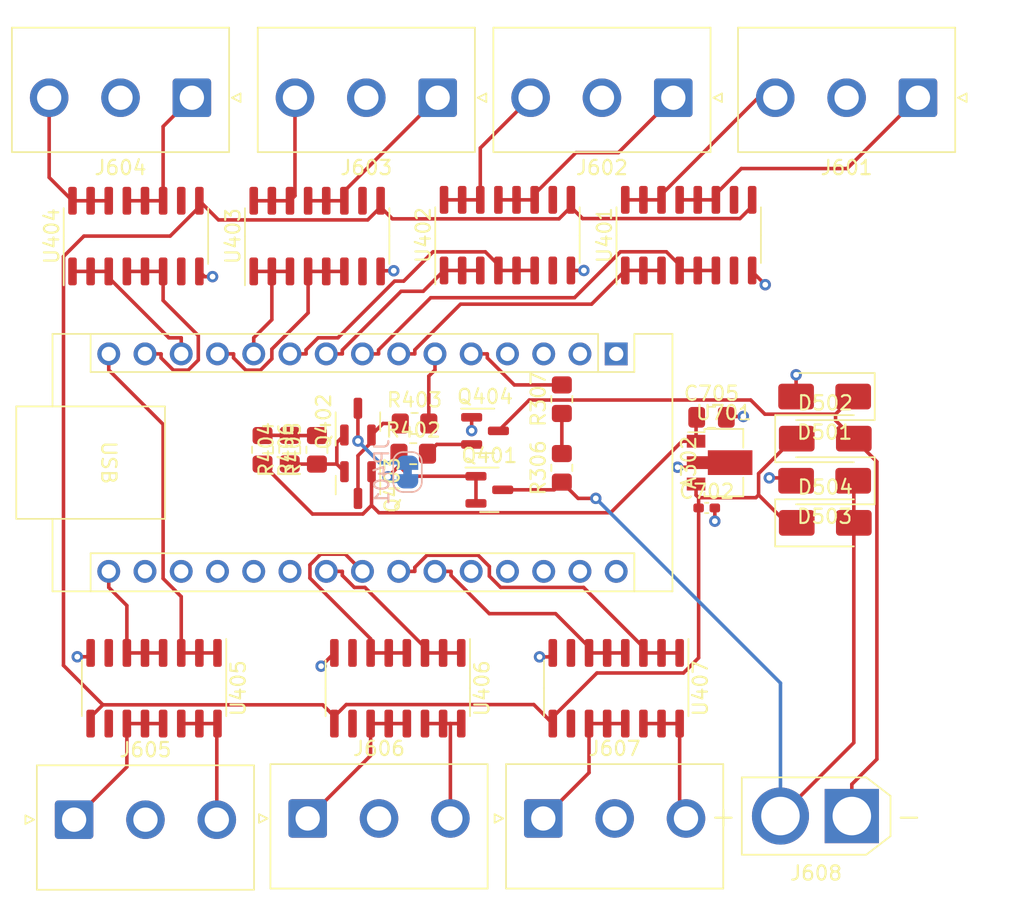
<source format=kicad_pcb>
(kicad_pcb (version 20231212) (generator "pcbnew") (generator_version "7.99")
  (layers (0 "F.Cu" signal) (31 "B.Cu" signal) (34 "B.Paste" user) (35 "F.Paste" user) (36 "B.SilkS" user "B.Silkscreen") (37 "F.SilkS" user "F.Silkscreen") (38 "B.Mask" user) (39 "F.Mask" user) (44 "Edge.Cuts" user))
  (net 0 "")
  (net 1 "/IO Carrier Switch/SW12")
  (net 4 "/IO Carrier Switch/SW11")
  (net 5 "/IO Carrier Switch/SW10")
  (net 6 "/IO Carrier Switch/SW13")
  (net 8 "/Digital Signal Extraction/DCC_MM_SIGNAL")
  (net 10 "/IO Carrier Switch/SW8")
  (net 12 "GND")
  (net 13 "/IO Carrier Switch/SW7")
  (net 14 "/IO Carrier Switch/SW4")
  (net 17 "/IO Carrier Switch/SW6")
  (net 18 "/IO Carrier Switch/RAILCOM_DATA")
  (net 19 "/IO Carrier Switch/SW1")
  (net 21 "/IO Carrier Switch/SW5")
  (net 22 "/IO Carrier Switch/SW3")
  (net 23 "/IO Carrier Switch/SW9")
  (net 24 "/IO Carrier Switch/SW2")
  (net 25 "+3V3")
  (net 29 "/IO Carrier Switch/SW0")
  (net 30 "U+")
  (net 31 "/DCC0")
  (net 32 "/DCC1")
  (net 33 "/Railcom-Feedback/RC_SIGNAL")
  (net 34 "Net-(JP401-A)")
  (net 35 "/Railcom-Feedback/RC_FB_IN")
  (net 36 "/Railcom-Feedback/RC_CURR")
  (net 37 "/Railcom-Feedback/RC_ON_OFF")
  (net 38 "Net-(R306-Pad2)")
  (net 39 "Net-(R404-Pad2)")
  (net 40 "/Switch/AMP_SW0")
  (net 42 "/Switch/AMP_SW1")
  (net 52 "/Switch/AMP_SW2")
  (net 53 "/Switch/AMP_SW3")
  (net 55 "/Switch/AMP_SW5")
  (net 56 "/Switch/AMP_SW4")
  (net 57 "/Switch/AMP_SW7")
  (net 58 "/Switch/AMP_SW6")
  (net 60 "/Switch/AMP_SW9")
  (net 61 "/Switch/AMP_SW8")
  (net 63 "/Switch/AMP_SW10")
  (net 64 "/Switch/AMP_SW11")
  (net 66 "/Switch/AMP_SW12")
  (net 68 "/Switch/AMP_SW13")
  (footprint "Resistor_SMD:R_0805_2012Metric_Pad1.20x1.40mm_HandSolder" (layer "F.Cu") (at 119.9975 84.1789 90)
    (property "Reference" "R404")
    (property "Value" "10R")
  )
  (footprint "Capacitor_SMD:C_0402_1005Metric_Pad0.74x0.62mm_HandSolder" (layer "F.Cu") (at 149.2175 88.265)
    (property "Reference" "C702")
    (property "Value" "1uF")
  )
  (footprint "Package_SO:SOIC-16_3.9x9.9mm_P1.27mm" (layer "F.Cu") (at 109.22 69.215 90)
    (property "Reference" "U404")
    (property "Value" "ULN2003")
  )
  (footprint "Package_TO_SOT_SMD:SOT-23" (layer "F.Cu") (at 124.775 82.2175 90)
    (property "Reference" "Q402")
    (property "Value" "S8550")
  )
  (footprint "Resistor_SMD:R_0805_2012Metric_Pad1.20x1.40mm_HandSolder" (layer "F.Cu") (at 139.065 80.645 90)
    (property "Reference" "R307")
    (property "Value" "10k")
  )
  (footprint "Diode_SMD:D_SMA" (layer "F.Cu") (at 157.525 83.41)
    (property "Reference" "D502")
    (property "Value" "SS54")
  )
  (footprint "Package_SO:SOIC-16_3.9x9.9mm_P1.27mm" (layer "F.Cu") (at 147.955 69.15 90)
    (property "Reference" "U401")
    (property "Value" "ULN2003")
  )
  (footprint "Connector_JST:JST_NV_B03P-NV_1x03_P5.00mm_Vertical" (layer "F.Cu") (at 146.875 59.52 180)
    (property "Reference" "J602")
    (property "Value" "Conn_01x03")
  )
  (footprint "Connector_JST:JST_NV_B03P-NV_1x03_P5.00mm_Vertical" (layer "F.Cu") (at 104.8875 110.11)
    (property "Reference" "J605")
    (property "Value" "Conn_01x03")
  )
  (footprint "Connector_JST:JST_NV_B03P-NV_1x03_P5.00mm_Vertical" (layer "F.Cu") (at 121.255 110.025)
    (property "Reference" "J606")
    (property "Value" "Conn_01x03")
  )
  (footprint "Resistor_SMD:R_0805_2012Metric_Pad1.20x1.40mm_HandSolder" (layer "F.Cu") (at 121.9025 84.1925 90)
    (property "Reference" "R405")
    (property "Value" "10R")
  )
  (footprint "Resistor_SMD:R_0805_2012Metric_Pad1.20x1.40mm_HandSolder" (layer "F.Cu") (at 128.7429 82.3461)
    (property "Reference" "R403")
    (property "Value" "10k")
  )
  (footprint "Package_TO_SOT_SMD:SOT-89-3" (layer "F.Cu") (at 150.42 85.09)
    (property "Reference" "U701")
    (property "Value" "HT7533-1")
  )
  (footprint "Resistor_SMD:R_0805_2012Metric_Pad1.20x1.40mm_HandSolder" (layer "F.Cu") (at 128.6515 84.4625)
    (property "Reference" "R402")
    (property "Value" "10k")
  )
  (footprint "Package_SO:SOIC-16_3.9x9.9mm_P1.27mm" (layer "F.Cu") (at 121.92 69.215 90)
    (property "Reference" "U403")
    (property "Value" "ULN2003")
  )
  (footprint "Connector_AMASS:AMASS_XT30U-F_1x02_P5.0mm_Vertical" (layer "F.Cu") (at 159.385 109.855 180)
    (property "Reference" "J608")
    (property "Value" "Conn_01x02")
  )
  (footprint "Connector_JST:JST_NV_B03P-NV_1x03_P5.00mm_Vertical" (layer "F.Cu") (at 164.02 59.52 180)
    (property "Reference" "J601")
    (property "Value" "Conn_01x03")
  )
  (footprint "Resistor_SMD:R_0805_2012Metric_Pad1.20x1.40mm_HandSolder" (layer "F.Cu") (at 139.065 85.455 90)
    (property "Reference" "R306")
    (property "Value" "10k")
  )
  (footprint "Package_SO:SOIC-16_3.9x9.9mm_P1.27mm" (layer "F.Cu") (at 110.49 100.9 -90)
    (property "Reference" "U405")
    (property "Value" "ULN2003")
  )
  (footprint "Diode_SMD:D_SMA" (layer "F.Cu") (at 157.48 80.46 180)
    (property "Reference" "D501")
    (property "Value" "SS54")
  )
  (footprint "Diode_SMD:D_SMA" (layer "F.Cu") (at 157.525 89.31)
    (property "Reference" "D504")
    (property "Value" "SS54")
  )
  (footprint "Connector_JST:JST_NV_B03P-NV_1x03_P5.00mm_Vertical" (layer "F.Cu") (at 137.765 110.025)
    (property "Reference" "J607")
    (property "Value" "Conn_01x03")
  )
  (footprint "Package_SO:SOIC-16_3.9x9.9mm_P1.27mm" (layer "F.Cu") (at 127.57 100.9 -90)
    (property "Reference" "U406")
    (property "Value" "ULN2003")
  )
  (footprint "Module:Arduino_Nano" (layer "F.Cu") (at 142.875 77.47 -90)
    (property "Reference" "A302")
    (property "Value" "Arduino_Nano_Every")
  )
  (footprint "Connector_JST:JST_NV_B03P-NV_1x03_P5.00mm_Vertical" (layer "F.Cu") (at 113.14 59.52 180)
    (property "Reference" "J604")
    (property "Value" "Conn_01x03")
  )
  (footprint "Capacitor_SMD:C_0805_2012Metric_Pad1.18x1.45mm_HandSolder" (layer "F.Cu") (at 149.5525 81.915)
    (property "Reference" "C705")
    (property "Value" "47uF")
  )
  (footprint "Resistor_SMD:R_0805_2012Metric_Pad1.20x1.40mm_HandSolder" (layer "F.Cu") (at 118.0925 84.1925 -90)
    (property "Reference" "R406")
    (property "Value" "10R")
  )
  (footprint "Package_SO:SOIC-16_3.9x9.9mm_P1.27mm" (layer "F.Cu") (at 135.255 69.15 90)
    (property "Reference" "U402")
    (property "Value" "ULN2003")
  )
  (footprint "Package_TO_SOT_SMD:SOT-23" (layer "F.Cu") (at 124.78 86.6625 -90)
    (property "Reference" "Q403")
    (property "Value" "S8550")
  )
  (footprint "Package_SO:SOIC-16_3.9x9.9mm_P1.27mm" (layer "F.Cu") (at 142.875 100.9 -90)
    (property "Reference" "U407")
    (property "Value" "ULN2003")
  )
  (footprint "Connector_JST:JST_NV_B03P-NV_1x03_P5.00mm_Vertical" (layer "F.Cu") (at 130.365 59.52 180)
    (property "Reference" "J603")
    (property "Value" "Conn_01x03")
  )
  (footprint "Package_TO_SOT_SMD:SOT-23" (layer "F.Cu") (at 133.6825 82.865)
    (property "Reference" "Q404")
    (property "Value" "S8050")
  )
  (footprint "Diode_SMD:D_SMA" (layer "F.Cu") (at 157.48 86.36 180)
    (property "Reference" "D503")
    (property "Value" "SS54")
  )
  (footprint "Package_TO_SOT_SMD:SOT-23" (layer "F.Cu") (at 133.985 86.995)
    (property "Reference" "Q401")
    (property "Value" "S8050")
  )
  (footprint "Jumper:SolderJumper-2_P1.3mm_Bridged_RoundedPad1.0x1.5mm" (layer "B.Cu") (at 128.2525 85.7475 -90)
    (property "Reference" "JP401")
    (property "Value" "J_EnableRailcom")
  )
  (segment (start 144.78 98.425) (end 146.05 98.425) (width 0.25) (layer "F.Cu") (net 1))
  (segment (start 140.5916 93.8367) (end 144.78 98.0251) (width 0.25) (layer "F.Cu") (net 1))
  (segment (start 127.635 92.71) (end 128.7617 92.71) (width 0.25) (layer "F.Cu") (net 1))
  (segment (start 133.985 92.3644) (end 133.985 93.0437) (width 0.25) (layer "F.Cu") (net 1))
  (segment (start 134.778 93.8367) (end 140.5916 93.8367) (width 0.25) (layer "F.Cu") (net 1))
  (segment (start 129.6078 91.5822) (end 133.2028 91.5822) (width 0.25) (layer "F.Cu") (net 1))
  (segment (start 144.78 98.0251) (end 144.78 98.425) (width 0.25) (layer "F.Cu") (net 1))
  (segment (start 146.05 98.425) (end 147.32 98.425) (width 0.25) (layer "F.Cu") (net 1))
  (segment (start 128.7617 92.4283) (end 129.6078 91.5822) (width 0.25) (layer "F.Cu") (net 1))
  (segment (start 133.985 93.0437) (end 134.778 93.8367) (width 0.25) (layer "F.Cu") (net 1))
  (segment (start 133.2028 91.5822) (end 133.985 92.3644) (width 0.25) (layer "F.Cu") (net 1))
  (segment (start 128.7617 92.71) (end 128.7617 92.4283) (width 0.25) (layer "F.Cu") (net 1))
  (segment (start 125.665 98.425) (end 126.935 98.425) (width 0.25) (layer "F.Cu") (net 4))
  (segment (start 125.665 97.435) (end 125.665 98.425) (width 0.25) (layer "F.Cu") (net 4))
  (segment (start 121.4126 92.2561) (end 121.4126 93.1826) (width 0.25) (layer "F.Cu") (net 4))
  (segment (start 121.4126 93.1826) (end 125.665 97.435) (width 0.25) (layer "F.Cu") (net 4))
  (segment (start 126.935 98.425) (end 128.205 98.425) (width 0.25) (layer "F.Cu") (net 4))
  (segment (start 125.095 92.71) (end 123.8897 91.5047) (width 0.25) (layer "F.Cu") (net 4))
  (segment (start 123.8897 91.5047) (end 122.164 91.5047) (width 0.25) (layer "F.Cu") (net 4))
  (segment (start 122.164 91.5047) (end 121.4126 92.2561) (width 0.25) (layer "F.Cu") (net 4))
  (segment (start 122.555 92.71) (end 123.6817 92.71) (width 0.25) (layer "F.Cu") (net 5))
  (segment (start 129.475 98.425) (end 130.745 98.425) (width 0.25) (layer "F.Cu") (net 5))
  (segment (start 125.2713 93.8367) (end 129.475 98.0404) (width 0.25) (layer "F.Cu") (net 5))
  (segment (start 124.5266 93.8367) (end 125.2713 93.8367) (width 0.25) (layer "F.Cu") (net 5))
  (segment (start 129.475 98.0404) (end 129.475 98.425) (width 0.25) (layer "F.Cu") (net 5))
  (segment (start 123.6817 92.9918) (end 124.5266 93.8367) (width 0.25) (layer "F.Cu") (net 5))
  (segment (start 130.745 98.425) (end 132.015 98.425) (width 0.25) (layer "F.Cu") (net 5))
  (segment (start 123.6817 92.71) (end 123.6817 92.9918) (width 0.25) (layer "F.Cu") (net 5))
  (segment (start 130.175 92.71) (end 131.3017 92.71) (width 0.25) (layer "F.Cu") (net 6))
  (segment (start 133.9833 95.6734) (end 138.628 95.6734) (width 0.25) (layer "F.Cu") (net 6))
  (segment (start 138.628 95.6734) (end 140.97 98.0154) (width 0.25) (layer "F.Cu") (net 6))
  (segment (start 142.24 98.425) (end 143.51 98.425) (width 0.25) (layer "F.Cu") (net 6))
  (segment (start 140.97 98.0154) (end 140.97 98.425) (width 0.25) (layer "F.Cu") (net 6))
  (segment (start 131.3017 92.9918) (end 133.9833 95.6734) (width 0.25) (layer "F.Cu") (net 6))
  (segment (start 140.97 98.425) (end 142.24 98.425) (width 0.25) (layer "F.Cu") (net 6))
  (segment (start 131.3017 92.71) (end 131.3017 92.9918) (width 0.25) (layer "F.Cu") (net 6))
  (segment (start 133.8417 77.7517) (end 135.735 79.645) (width 0.25) (layer "F.Cu") (net 8))
  (segment (start 135.735 79.645) (end 139.065 79.645) (width 0.25) (layer "F.Cu") (net 8))
  (segment (start 133.8417 77.47) (end 133.8417 77.7517) (width 0.25) (layer "F.Cu") (net 8))
  (segment (start 132.715 77.47) (end 133.8417 77.47) (width 0.25) (layer "F.Cu") (net 8))
  (segment (start 113.665 98.425) (end 114.935 98.425) (width 0.25) (layer "F.Cu") (net 10))
  (segment (start 111.1249 82.4066) (end 111.1249 93.2093) (width 0.25) (layer "F.Cu") (net 10))
  (segment (start 112.395 94.4794) (end 112.395 98.425) (width 0.25) (layer "F.Cu") (net 10))
  (segment (start 111.1249 93.2093) (end 112.395 94.4794) (width 0.25) (layer "F.Cu") (net 10))
  (segment (start 112.395 98.425) (end 113.665 98.425) (width 0.25) (layer "F.Cu") (net 10))
  (segment (start 107.315 77.47) (end 107.315 78.5967) (width 0.25) (layer "F.Cu") (net 10))
  (segment (start 107.315 78.5967) (end 111.1249 82.4066) (width 0.25) (layer "F.Cu") (net 10))
  (segment (start 114.5896 72.0573) (end 114.0323 72.0573) (width 0.25) (layer "F.Cu") (net 12))
  (segment (start 151.7826 81.8561) (end 150.6489 81.8561) (width 0.25) (layer "F.Cu") (net 12))
  (segment (start 148.2366 85.4109) (end 148.5575 85.09) (width 0.25) (layer "F.Cu") (net 12))
  (segment (start 126.4114 71.6436) (end 126.365 71.69) (width 0.25) (layer "F.Cu") (net 12))
  (segment (start 147.1747 85.4109) (end 148.2366 85.4109) (width 0.25) (layer "F.Cu") (net 12))
  (segment (start 132.745 82.8488) (end 132.745 81.915) (width 0.25) (layer "F.Cu") (net 12))
  (segment (start 122.1971 99.3529) (end 123.125 98.425) (width 0.25) (layer "F.Cu") (net 12))
  (segment (start 114.0323 72.0573) (end 113.665 71.69) (width 0.25) (layer "F.Cu") (net 12))
  (segment (start 150.6489 81.8561) (end 150.59 81.915) (width 0.25) (layer "F.Cu") (net 12))
  (segment (start 127.2865 71.6436) (end 126.4114 71.6436) (width 0.25) (layer "F.Cu") (net 12))
  (segment (start 137.5022 98.7017) (end 138.1533 98.7017) (width 0.25) (layer "F.Cu") (net 12))
  (segment (start 155.2784 86.1584) (end 155.48 86.36) (width 0.25) (layer "F.Cu") (net 12))
  (segment (start 105.1097 98.6938) (end 105.7762 98.6938) (width 0.25) (layer "F.Cu") (net 12))
  (segment (start 153.3192 72.6228) (end 152.4 71.7036) (width 0.25) (layer "F.Cu") (net 12))
  (segment (start 138.1533 98.7017) (end 138.43 98.425) (width 0.25) (layer "F.Cu") (net 12))
  (segment (start 149.785 88.265) (end 149.785 89.1925) (width 0.25) (layer "F.Cu") (net 12))
  (segment (start 152.4 71.7036) (end 152.4 71.625) (width 0.25) (layer "F.Cu") (net 12))
  (segment (start 153.6032 86.1584) (end 155.2784 86.1584) (width 0.25) (layer "F.Cu") (net 12))
  (segment (start 155.48 80.46) (end 155.48 78.9361) (width 0.25) (layer "F.Cu") (net 12))
  (segment (start 105.7762 98.6938) (end 106.045 98.425) (width 0.25) (layer "F.Cu") (net 12))
  (segment (start 139.7 71.625) (end 140.6089 71.625) (width 0.25) (layer "F.Cu") (net 12))
  (via (at 105.1097 98.6938) (size 0.8) (drill 0.4) (layers "F.Cu" "B.Cu") (net 12))
  (via (at 140.6089 71.625) (size 0.8) (drill 0.4) (layers "F.Cu" "B.Cu") (net 12))
  (via (at 155.48 78.9361) (size 0.8) (drill 0.4) (layers "F.Cu" "B.Cu") (net 12))
  (via (at 147.1747 85.4109) (size 0.8) (drill 0.4) (layers "F.Cu" "B.Cu") (net 12))
  (via (at 153.3192 72.6228) (size 0.8) (drill 0.4) (layers "F.Cu" "B.Cu") (net 12))
  (via (at 151.7826 81.8561) (size 0.8) (drill 0.4) (layers "F.Cu" "B.Cu") (net 12))
  (via (at 132.745 82.8488) (size 0.8) (drill 0.4) (layers "F.Cu" "B.Cu") (net 12))
  (via (at 149.785 89.1925) (size 0.8) (drill 0.4) (layers "F.Cu" "B.Cu") (net 12))
  (via (at 114.5896 72.0573) (size 0.8) (drill 0.4) (layers "F.Cu" "B.Cu") (net 12))
  (via (at 127.2865 71.6436) (size 0.8) (drill 0.4) (layers "F.Cu" "B.Cu") (net 12))
  (via (at 153.6032 86.1584) (size 0.8) (drill 0.4) (layers "F.Cu" "B.Cu") (net 12))
  (via (at 137.5022 98.7017) (size 0.8) (drill 0.4) (layers "F.Cu" "B.Cu") (net 12))
  (via (at 122.1971 99.3529) (size 0.8) (drill 0.4) (layers "F.Cu" "B.Cu") (net 12))
  (segment (start 113.5911 77.9014) (end 113.5911 76.1904) (width 0.25) (layer "F.Cu") (net 13))
  (segment (start 110.9817 77.47) (end 110.9817 77.7517) (width 0.25) (layer "F.Cu") (net 13))
  (segment (start 109.855 77.47) (end 110.9817 77.47) (width 0.25) (layer "F.Cu") (net 13))
  (segment (start 111.125 73.7243) (end 111.125 71.69) (width 0.25) (layer "F.Cu") (net 13))
  (segment (start 109.855 71.69) (end 108.585 71.69) (width 0.25) (layer "F.Cu") (net 13))
  (segment (start 113.5911 76.1904) (end 111.125 73.7243) (width 0.25) (layer "F.Cu") (net 13))
  (segment (start 112.882 78.6105) (end 113.5911 77.9014) (width 0.25) (layer "F.Cu") (net 13))
  (segment (start 110.9817 77.7517) (end 111.8405 78.6105) (width 0.25) (layer "F.Cu") (net 13))
  (segment (start 111.8405 78.6105) (end 112.882 78.6105) (width 0.25) (layer "F.Cu") (net 13))
  (segment (start 111.125 71.69) (end 109.855 71.69) (width 0.25) (layer "F.Cu") (net 13))
  (segment (start 117.475 76.3433) (end 118.745 75.0733) (width 0.25) (layer "F.Cu") (net 14))
  (segment (start 118.745 71.69) (end 117.475 71.69) (width 0.25) (layer "F.Cu") (net 14))
  (segment (start 117.475 77.47) (end 117.475 76.3433) (width 0.25) (layer "F.Cu") (net 14))
  (segment (start 118.745 75.0733) (end 118.745 71.69) (width 0.25) (layer "F.Cu") (net 14))
  (segment (start 120.015 71.69) (end 118.745 71.69) (width 0.25) (layer "F.Cu") (net 14))
  (segment (start 107.315 72.1275) (end 107.315 71.69) (width 0.25) (layer "F.Cu") (net 17))
  (segment (start 106.045 71.69) (end 104.775 71.69) (width 0.25) (layer "F.Cu") (net 17))
  (segment (start 112.395 76.3433) (end 111.5308 76.3433) (width 0.25) (layer "F.Cu") (net 17))
  (segment (start 112.395 77.47) (end 112.395 76.3433) (width 0.25) (layer "F.Cu") (net 17))
  (segment (start 111.5308 76.3433) (end 107.315 72.1275) (width 0.25) (layer "F.Cu") (net 17))
  (segment (start 107.315 71.69) (end 106.045 71.69) (width 0.25) (layer "F.Cu") (net 17))
  (segment (start 129.7429 79.0288) (end 129.7429 82.3461) (width 0.25) (layer "F.Cu") (net 18))
  (segment (start 130.175 78.5967) (end 129.7429 79.0288) (width 0.25) (layer "F.Cu") (net 18))
  (segment (start 130.175 77.47) (end 130.175 78.5967) (width 0.25) (layer "F.Cu") (net 18))
  (segment (start 146.3918 70.3159) (end 147.32 71.2441) (width 0.25) (layer "F.Cu") (net 19))
  (segment (start 148.59 71.625) (end 147.32 71.625) (width 0.25) (layer "F.Cu") (net 19))
  (segment (start 143.169 70.3159) (end 146.3918 70.3159) (width 0.25) (layer "F.Cu") (net 19))
  (segment (start 126.2217 77.1883) (end 129.8761 73.5339) (width 0.25) (layer "F.Cu") (net 19))
  (segment (start 139.951 73.5339) (end 143.169 70.3159) (width 0.25) (layer "F.Cu") (net 19))
  (segment (start 125.095 77.47) (end 126.2217 77.47) (width 0.25) (layer "F.Cu") (net 19))
  (segment (start 147.32 71.2441) (end 147.32 71.625) (width 0.25) (layer "F.Cu") (net 19))
  (segment (start 149.86 71.625) (end 148.59 71.625) (width 0.25) (layer "F.Cu") (net 19))
  (segment (start 129.8761 73.5339) (end 139.951 73.5339) (width 0.25) (layer "F.Cu") (net 19))
  (segment (start 126.2217 77.47) (end 126.2217 77.1883) (width 0.25) (layer "F.Cu") (net 19))
  (segment (start 122.555 71.69) (end 121.285 71.69) (width 0.25) (layer "F.Cu") (net 21))
  (segment (start 117.9501 78.6101) (end 118.745 77.8152) (width 0.25) (layer "F.Cu") (net 21))
  (segment (start 116.0617 77.47) (end 116.0617 77.7517) (width 0.25) (layer "F.Cu") (net 21))
  (segment (start 121.285 74.5968) (end 121.285 71.69) (width 0.25) (layer "F.Cu") (net 21))
  (segment (start 114.935 77.47) (end 116.0617 77.47) (width 0.25) (layer "F.Cu") (net 21))
  (segment (start 116.0617 77.7517) (end 116.9201 78.6101) (width 0.25) (layer "F.Cu") (net 21))
  (segment (start 123.825 71.69) (end 122.555 71.69) (width 0.25) (layer "F.Cu") (net 21))
  (segment (start 116.9201 78.6101) (end 117.9501 78.6101) (width 0.25) (layer "F.Cu") (net 21))
  (segment (start 118.745 77.1368) (end 121.285 74.5968) (width 0.25) (layer "F.Cu") (net 21))
  (segment (start 118.745 77.8152) (end 118.745 77.1368) (width 0.25) (layer "F.Cu") (net 21))
  (segment (start 134.62 71.625) (end 135.89 71.625) (width 0.25) (layer "F.Cu") (net 22))
  (segment (start 121.9866 76.3433) (end 123.3746 76.3433) (width 0.25) (layer "F.Cu") (net 22))
  (segment (start 123.3746 76.3433) (end 127.3476 72.3703) (width 0.25) (layer "F.Cu") (net 22))
  (segment (start 137.16 71.625) (end 135.89 71.625) (width 0.25) (layer "F.Cu") (net 22))
  (segment (start 134.62 71.2332) (end 134.62 71.625) (width 0.25) (layer "F.Cu") (net 22))
  (segment (start 127.9853 72.3703) (end 130.0366 70.319) (width 0.25) (layer "F.Cu") (net 22))
  (segment (start 130.0366 70.319) (end 133.7058 70.319) (width 0.25) (layer "F.Cu") (net 22))
  (segment (start 120.015 77.47) (end 121.1417 77.47) (width 0.25) (layer "F.Cu") (net 22))
  (segment (start 127.3476 72.3703) (end 127.9853 72.3703) (width 0.25) (layer "F.Cu") (net 22))
  (segment (start 121.1417 77.47) (end 121.1417 77.1882) (width 0.25) (layer "F.Cu") (net 22))
  (segment (start 121.1417 77.1882) (end 121.9866 76.3433) (width 0.25) (layer "F.Cu") (net 22))
  (segment (start 133.7058 70.319) (end 134.62 71.2332) (width 0.25) (layer "F.Cu") (net 22))
  (segment (start 107.315 92.71) (end 107.315 93.8367) (width 0.25) (layer "F.Cu") (net 23))
  (segment (start 109.855 98.425) (end 111.125 98.425) (width 0.25) (layer "F.Cu") (net 23))
  (segment (start 107.315 93.8367) (end 108.585 95.1067) (width 0.25) (layer "F.Cu") (net 23))
  (segment (start 108.585 95.1067) (end 108.585 98.425) (width 0.25) (layer "F.Cu") (net 23))
  (segment (start 108.585 98.425) (end 109.855 98.425) (width 0.25) (layer "F.Cu") (net 23))
  (segment (start 123.6817 77.47) (end 123.6817 77.2027) (width 0.25) (layer "F.Cu") (net 24))
  (segment (start 129.3513 73.0837) (end 130.81 71.625) (width 0.25) (layer "F.Cu") (net 24))
  (segment (start 122.555 77.47) (end 123.6817 77.47) (width 0.25) (layer "F.Cu") (net 24))
  (segment (start 133.35 71.625) (end 132.08 71.625) (width 0.25) (layer "F.Cu") (net 24))
  (segment (start 127.8007 73.0837) (end 129.3513 73.0837) (width 0.25) (layer "F.Cu") (net 24))
  (segment (start 132.08 71.625) (end 130.81 71.625) (width 0.25) (layer "F.Cu") (net 24))
  (segment (start 123.6817 77.2027) (end 127.8007 73.0837) (width 0.25) (layer "F.Cu") (net 24))
  (segment (start 125.73 85.725) (end 125.73 88.0831) (width 0.25) (layer "F.Cu") (net 25))
  (segment (start 126.2499 88.603) (end 125.73 88.0831) (width 0.25) (layer "F.Cu") (net 25))
  (segment (start 148.515 81.915) (end 148.47 81.96) (width 0.25) (layer "F.Cu") (net 25))
  (segment (start 142.4803 88.603) (end 126.2499 88.603) (width 0.25) (layer "F.Cu") (net 25))
  (segment (start 147.4933 83.59) (end 142.4803 88.603) (width 0.25) (layer "F.Cu") (net 25))
  (segment (start 148.47 81.96) (end 148.47 83.59) (width 0.25) (layer "F.Cu") (net 25))
  (segment (start 148.47 83.59) (end 147.4933 83.59) (width 0.25) (layer "F.Cu") (net 25))
  (segment (start 125.73 88.0831) (end 125.1228 88.6903) (width 0.25) (layer "F.Cu") (net 25))
  (segment (start 125.1228 88.6903) (end 121.5903 88.6903) (width 0.25) (layer "F.Cu") (net 25))
  (segment (start 121.5903 88.6903) (end 118.0925 85.1925) (width 0.25) (layer "F.Cu") (net 25))
  (segment (start 141.1494 73.9856) (end 143.51 71.625) (width 0.25) (layer "F.Cu") (net 29))
  (segment (start 146.05 71.625) (end 144.78 71.625) (width 0.25) (layer "F.Cu") (net 29))
  (segment (start 128.7617 77.47) (end 128.7617 77.1882) (width 0.25) (layer "F.Cu") (net 29))
  (segment (start 143.51 71.625) (end 144.78 71.625) (width 0.25) (layer "F.Cu") (net 29))
  (segment (start 127.635 77.47) (end 128.7617 77.47) (width 0.25) (layer "F.Cu") (net 29))
  (segment (start 128.7617 77.1882) (end 131.9643 73.9856) (width 0.25) (layer "F.Cu") (net 29))
  (segment (start 131.9643 73.9856) (end 141.1494 73.9856) (width 0.25) (layer "F.Cu") (net 29))
  (segment (start 155.2962 83.41) (end 152.8524 85.8538) (width 0.25) (layer "F.Cu") (net 30))
  (segment (start 137.0986 102.0436) (end 123.9588 102.0436) (width 0.25) (layer "F.Cu") (net 30))
  (segment (start 152.657 87.5467) (end 148.65 87.5467) (width 0.25) (layer "F.Cu") (net 30))
  (segment (start 147.5897 99.83) (end 148.65 98.7697) (width 0.25) (layer "F.Cu") (net 30))
  (segment (start 138.2044 103.1493) (end 137.0986 102.0436) (width 0.25) (layer "F.Cu") (net 30))
  (segment (start 127.1896 68.0069) (end 138.8657 68.0069) (width 0.25) (layer "F.Cu") (net 30))
  (segment (start 148.47 87.3667) (end 148.65 87.5467) (width 0.25) (layer "F.Cu") (net 30))
  (segment (start 106.9026 102.0596) (end 106.045 102.9172) (width 0.25) (layer "F.Cu") (net 30))
  (segment (start 148.65 87.5467) (end 148.65 88.265) (width 0.25) (layer "F.Cu") (net 30))
  (segment (start 152.8524 85.8538) (end 152.8524 87.3513) (width 0.25) (layer "F.Cu") (net 30))
  (segment (start 106.045 102.9172) (end 106.045 103.375) (width 0.25) (layer "F.Cu") (net 30))
  (segment (start 152.8524 87.3513) (end 152.657 87.5467) (width 0.25) (layer "F.Cu") (net 30))
  (segment (start 152.8524 87.3513) (end 154.8111 89.31) (width 0.25) (layer "F.Cu") (net 30))
  (segment (start 154.8111 89.31) (end 155.525 89.31) (width 0.25) (layer "F.Cu") (net 30))
  (segment (start 138.43 103.375) (end 138.2044 103.1493) (width 0.25) (layer "F.Cu") (net 30))
  (segment (start 104.1438 70.6469) (end 105.5757 69.215) (width 0.25) (layer "F.Cu") (net 30))
  (segment (start 138.2044 103.1493) (end 141.5237 99.83) (width 0.25) (layer "F.Cu") (net 30))
  (segment (start 111.6191 69.215) (end 113.8796 66.9545) (width 0.25) (layer "F.Cu") (net 30))
  (segment (start 123.9588 102.0436) (end 123.125 102.8774) (width 0.25) (layer "F.Cu") (net 30))
  (segment (start 123.125 102.8774) (end 123.125 103.375) (width 0.25) (layer "F.Cu") (net 30))
  (segment (start 148.65 98.7697) (end 148.65 88.265) (width 0.25) (layer "F.Cu") (net 30))
  (segment (start 141.5237 99.83) (end 147.5897 99.83) (width 0.25) (layer "F.Cu") (net 30))
  (segment (start 105.5757 69.215) (end 111.6191 69.215) (width 0.25) (layer "F.Cu") (net 30))
  (segment (start 125.4659 68.0814) (end 126.365 67.1823) (width 0.25) (layer "F.Cu") (net 30))
  (segment (start 139.7 67.1726) (end 139.7 66.675) (width 0.25) (layer "F.Cu") (net 30))
  (segment (start 138.8657 68.0069) (end 139.7 67.1726) (width 0.25) (layer "F.Cu") (net 30))
  (segment (start 122.3072 102.0596) (end 106.9026 102.0596) (width 0.25) (layer "F.Cu") (net 30))
  (segment (start 123.125 102.8774) (end 122.3072 102.0596) (width 0.25) (layer "F.Cu") (net 30))
  (segment (start 104.1438 99.3008) (end 104.1438 70.6469) (width 0.25) (layer "F.Cu") (net 30))
  (segment (start 152.4 67.1328) (end 152.4 66.675) (width 0.25) (layer "F.Cu") (net 30))
  (segment (start 148.47 86.59) (end 148.47 87.3667) (width 0.25) (layer "F.Cu") (net 30))
  (segment (start 140.5151 67.9877) (end 151.5451 67.9877) (width 0.25) (layer "F.Cu") (net 30))
  (segment (start 113.665 66.74) (end 113.8796 66.9545) (width 0.25) (layer "F.Cu") (net 30))
  (segment (start 113.8796 66.9545) (end 115.0064 68.0814) (width 0.25) (layer "F.Cu") (net 30))
  (segment (start 115.0064 68.0814) (end 125.4659 68.0814) (width 0.25) (layer "F.Cu") (net 30))
  (segment (start 126.365 67.1823) (end 127.1896 68.0069) (width 0.25) (layer "F.Cu") (net 30))
  (segment (start 151.5451 67.9877) (end 152.4 67.1328) (width 0.25) (layer "F.Cu") (net 30))
  (segment (start 139.7 67.1726) (end 140.5151 67.9877) (width 0.25) (layer "F.Cu") (net 30))
  (segment (start 126.365 67.1823) (end 126.365 66.74) (width 0.25) (layer "F.Cu") (net 30))
  (segment (start 155.525 83.41) (end 155.2962 83.41) (width 0.25) (layer "F.Cu") (net 30))
  (segment (start 106.9026 102.0596) (end 104.1438 99.3008) (width 0.25) (layer "F.Cu") (net 30))
  (segment (start 134.62 82.865) (end 136.7817 80.7033) (width 0.25) (layer "F.Cu") (net 31))
  (segment (start 136.7817 80.7033) (end 152.3022 80.7033) (width 0.25) (layer "F.Cu") (net 31))
  (segment (start 158.2448 81.6952) (end 158.2448 82.1298) (width 0.25) (layer "F.Cu") (net 31))
  (segment (start 161.1411 105.8722) (end 161.1411 85.0261) (width 0.25) (layer "F.Cu") (net 31))
  (segment (start 161.1411 85.0261) (end 159.525 83.41) (width 0.25) (layer "F.Cu") (net 31))
  (segment (start 158.2448 81.6952) (end 159.48 80.46) (width 0.25) (layer "F.Cu") (net 31))
  (segment (start 158.2448 82.1298) (end 159.525 83.41) (width 0.25) (layer "F.Cu") (net 31))
  (segment (start 159.385 107.6283) (end 161.1411 105.8722) (width 0.25) (layer "F.Cu") (net 31))
  (segment (start 159.385 109.855) (end 159.385 107.6283) (width 0.25) (layer "F.Cu") (net 31))
  (segment (start 152.3022 80.7033) (end 153.2941 81.6952) (width 0.25) (layer "F.Cu") (net 31))
  (segment (start 153.2941 81.6952) (end 158.2448 81.6952) (width 0.25) (layer "F.Cu") (net 31))
  (segment (start 138.525 86.995) (end 139.065 86.455) (width 0.25) (layer "F.Cu") (net 32))
  (segment (start 140.2044 87.5944) (end 139.065 86.455) (width 0.25) (layer "F.Cu") (net 32))
  (segment (start 159.525 86.405) (end 159.48 86.36) (width 0.25) (layer "F.Cu") (net 32))
  (segment (start 159.525 89.31) (end 159.525 86.405) (width 0.25) (layer "F.Cu") (net 32))
  (segment (start 141.4442 87.5944) (end 140.2044 87.5944) (width 0.25) (layer "F.Cu") (net 32))
  (segment (start 134.9225 86.995) (end 138.525 86.995) (width 0.25) (layer "F.Cu") (net 32))
  (segment (start 154.385 109.855) (end 159.525 104.715) (width 0.25) (layer "F.Cu") (net 32))
  (segment (start 159.525 104.715) (end 159.525 89.31) (width 0.25) (layer "F.Cu") (net 32))
  (via (at 141.4442 87.5944) (size 0.8) (drill 0.4) (layers "F.Cu" "B.Cu") (net 32))
  (segment (start 154.385 109.855) (end 154.385 100.5352) (width 0.25) (layer "B.Cu") (net 32))
  (segment (start 154.385 100.5352) (end 141.4442 87.5944) (width 0.25) (layer "B.Cu") (net 32))
  (segment (start 127.6584 85.3139) (end 126.8862 86.0861) (width 0.25) (layer "F.Cu") (net 33))
  (segment (start 128.3894 86.045) (end 127.6584 85.3139) (width 0.25) (layer "F.Cu") (net 33))
  (segment (start 127.6584 85.3139) (end 127.6515 85.3071) (width 0.25) (layer "F.Cu") (net 33))
  (segment (start 133.0475 86.045) (end 128.3894 86.045) (width 0.25) (layer "F.Cu") (net 33))
  (segment (start 127.6515 85.3071) (end 127.6515 84.4625) (width 0.25) (layer "F.Cu") (net 33))
  (segment (start 133.0475 87.945) (end 133.0475 86.045) (width 0.25) (layer "F.Cu") (net 33))
  (via (at 126.8862 86.0861) (size 0.8) (drill 0.4) (layers "F.Cu" "B.Cu") (net 33))
  (segment (start 128.2525 86.3975) (end 127.1976 86.3975) (width 0.25) (layer "B.Cu") (net 33))
  (segment (start 127.1976 86.3975) (end 126.8862 86.0861) (width 0.25) (layer "B.Cu") (net 33))
  (segment (start 124.775 83.5707) (end 124.775 81.28) (width 0.25) (layer "F.Cu") (net 34))
  (segment (start 124.78 83.5757) (end 124.775 83.5707) (width 0.25) (layer "F.Cu") (net 34))
  (via (at 124.78 83.5757) (size 0.8) (drill 0.4) (layers "F.Cu" "B.Cu") (net 34))
  (segment (start 126.3018 85.0975) (end 124.78 83.5757) (width 0.25) (layer "B.Cu") (net 34))
  (segment (start 128.2525 85.0975) (end 126.3018 85.0975) (width 0.25) (layer "B.Cu") (net 34))
  (segment (start 124.78 87.6) (end 124.78 84.6034) (width 0.25) (layer "F.Cu") (net 35))
  (segment (start 127.7429 82.3461) (end 126.5339 82.3461) (width 0.25) (layer "F.Cu") (net 35))
  (segment (start 125.725 83.6584) (end 125.725 83.155) (width 0.25) (layer "F.Cu") (net 35))
  (segment (start 126.5339 82.3461) (end 125.725 83.155) (width 0.25) (layer "F.Cu") (net 35))
  (segment (start 124.78 84.6034) (end 125.725 83.6584) (width 0.25) (layer "F.Cu") (net 35))
  (segment (start 123.2975 85.1925) (end 121.9025 85.1925) (width 0.25) (layer "F.Cu") (net 36))
  (segment (start 120.0111 85.1925) (end 119.9975 85.1789) (width 0.25) (layer "F.Cu") (net 36))
  (segment (start 123.2975 83.6825) (end 123.2975 85.1925) (width 0.25) (layer "F.Cu") (net 36))
  (segment (start 123.825 83.155) (end 123.2975 83.6825) (width 0.25) (layer "F.Cu") (net 36))
  (segment (start 123.83 85.725) (end 123.2975 85.1925) (width 0.25) (layer "F.Cu") (net 36))
  (segment (start 121.9025 85.1925) (end 120.0111 85.1925) (width 0.25) (layer "F.Cu") (net 36))
  (segment (start 132.745 83.815) (end 130.299 83.815) (width 0.25) (layer "F.Cu") (net 37))
  (segment (start 130.299 83.815) (end 129.6515 84.4625) (width 0.25) (layer "F.Cu") (net 37))
  (segment (start 139.065 84.455) (end 139.065 81.645) (width 0.25) (layer "F.Cu") (net 38))
  (segment (start 118.1061 83.1789) (end 119.9975 83.1789) (width 0.25) (layer "F.Cu") (net 39))
  (segment (start 120.0111 83.1925) (end 119.9975 83.1789) (width 0.25) (layer "F.Cu") (net 39))
  (segment (start 121.9025 83.1925) (end 120.0111 83.1925) (width 0.25) (layer "F.Cu") (net 39))
  (segment (start 118.0925 83.1925) (end 118.1061 83.1789) (width 0.25) (layer "F.Cu") (net 39))
  (segment (start 144.78 66.675) (end 146.05 66.675) (width 0.25) (layer "F.Cu") (net 40))
  (segment (start 143.51 66.675) (end 144.78 66.675) (width 0.25) (layer "F.Cu") (net 40))
  (segment (start 154.02 59.52) (end 152.8243 59.52) (width 0.25) (layer "F.Cu") (net 40))
  (segment (start 146.05 66.2943) (end 146.05 66.675) (width 0.25) (layer "F.Cu") (net 40))
  (segment (start 152.8243 59.52) (end 146.05 66.2943) (width 0.25) (layer "F.Cu") (net 40))
  (segment (start 149.86 66.264) (end 149.86 66.675) (width 0.25) (layer "F.Cu") (net 42))
  (segment (start 148.59 66.675) (end 149.86 66.675) (width 0.25) (layer "F.Cu") (net 42))
  (segment (start 151.6402 64.4838) (end 149.86 66.264) (width 0.25) (layer "F.Cu") (net 42))
  (segment (start 164.02 59.52) (end 159.0562 64.4838) (width 0.25) (layer "F.Cu") (net 42))
  (segment (start 147.32 66.675) (end 148.59 66.675) (width 0.25) (layer "F.Cu") (net 42))
  (segment (start 159.0562 64.4838) (end 151.6402 64.4838) (width 0.25) (layer "F.Cu") (net 42))
  (segment (start 132.08 66.675) (end 133.35 66.675) (width 0.25) (layer "F.Cu") (net 52))
  (segment (start 136.875 59.52) (end 133.35 63.045) (width 0.25) (layer "F.Cu") (net 52))
  (segment (start 130.81 66.675) (end 132.08 66.675) (width 0.25) (layer "F.Cu") (net 52))
  (segment (start 133.35 63.045) (end 133.35 66.675) (width 0.25) (layer "F.Cu") (net 52))
  (segment (start 137.16 66.675) (end 135.89 66.675) (width 0.25) (layer "F.Cu") (net 53))
  (segment (start 140.0521 63.3696) (end 137.16 66.2617) (width 0.25) (layer "F.Cu") (net 53))
  (segment (start 134.62 66.675) (end 135.89 66.675) (width 0.25) (layer "F.Cu") (net 53))
  (segment (start 137.16 66.2617) (end 137.16 66.675) (width 0.25) (layer "F.Cu") (net 53))
  (segment (start 143.0254 63.3696) (end 140.0521 63.3696) (width 0.25) (layer "F.Cu") (net 53))
  (segment (start 146.875 59.52) (end 143.0254 63.3696) (width 0.25) (layer "F.Cu") (net 53))
  (segment (start 130.365 59.52) (end 123.825 66.06) (width 0.25) (layer "F.Cu") (net 55))
  (segment (start 121.285 66.74) (end 122.555 66.74) (width 0.25) (layer "F.Cu") (net 55))
  (segment (start 122.555 66.74) (end 123.825 66.74) (width 0.25) (layer "F.Cu") (net 55))
  (segment (start 123.825 66.06) (end 123.825 66.74) (width 0.25) (layer "F.Cu") (net 55))
  (segment (start 117.475 66.74) (end 118.745 66.74) (width 0.25) (layer "F.Cu") (net 56))
  (segment (start 120.365 59.52) (end 120.365 66.39) (width 0.25) (layer "F.Cu") (net 56))
  (segment (start 120.365 66.39) (end 120.015 66.74) (width 0.25) (layer "F.Cu") (net 56))
  (segment (start 118.745 66.74) (end 120.015 66.74) (width 0.25) (layer "F.Cu") (net 56))
  (segment (start 113.14 59.52) (end 111.125 61.535) (width 0.25) (layer "F.Cu") (net 57))
  (segment (start 108.585 66.74) (end 109.855 66.74) (width 0.25) (layer "F.Cu") (net 57))
  (segment (start 109.855 66.74) (end 111.125 66.74) (width 0.25) (layer "F.Cu") (net 57))
  (segment (start 111.125 61.535) (end 111.125 66.74) (width 0.25) (layer "F.Cu") (net 57))
  (segment (start 106.045 66.74) (end 107.315 66.74) (width 0.25) (layer "F.Cu") (net 58))
  (segment (start 104.775 66.74) (end 106.045 66.74) (width 0.25) (layer "F.Cu") (net 58))
  (segment (start 103.14 65.105) (end 104.775 66.74) (width 0.25) (layer "F.Cu") (net 58))
  (segment (start 103.14 59.52) (end 103.14 65.105) (width 0.25) (layer "F.Cu") (net 58))
  (segment (start 109.855 103.375) (end 108.585 103.375) (width 0.25) (layer "F.Cu") (net 60))
  (segment (start 108.585 106.4125) (end 104.8875 110.11) (width 0.25) (layer "F.Cu") (net 60))
  (segment (start 108.585 103.375) (end 108.585 106.4125) (width 0.25) (layer "F.Cu") (net 60))
  (segment (start 111.125 103.375) (end 109.855 103.375) (width 0.25) (layer "F.Cu") (net 60))
  (segment (start 114.935 103.375) (end 114.8875 103.375) (width 0.25) (layer "F.Cu") (net 61))
  (segment (start 114.8875 103.375) (end 113.665 103.375) (width 0.25) (layer "F.Cu") (net 61))
  (segment (start 113.665 103.375) (end 112.395 103.375) (width 0.25) (layer "F.Cu") (net 61))
  (segment (start 114.8875 103.375) (end 114.8875 110.11) (width 0.25) (layer "F.Cu") (net 61))
  (segment (start 130.745 103.375) (end 129.475 103.375) (width 0.25) (layer "F.Cu") (net 63))
  (segment (start 132.015 103.375) (end 131.255 103.375) (width 0.25) (layer "F.Cu") (net 63))
  (segment (start 131.255 103.375) (end 131.255 110.025) (width 0.25) (layer "F.Cu") (net 63))
  (segment (start 131.255 103.375) (end 130.745 103.375) (width 0.25) (layer "F.Cu") (net 63))
  (segment (start 125.665 105.615) (end 121.255 110.025) (width 0.25) (layer "F.Cu") (net 64))
  (segment (start 125.665 103.375) (end 125.665 105.615) (width 0.25) (layer "F.Cu") (net 64))
  (segment (start 126.935 103.375) (end 125.665 103.375) (width 0.25) (layer "F.Cu") (net 64))
  (segment (start 128.205 103.375) (end 126.935 103.375) (width 0.25) (layer "F.Cu") (net 64))
  (segment (start 147.32 109.58) (end 147.765 110.025) (width 0.25) (layer "F.Cu") (net 66))
  (segment (start 147.32 103.375) (end 146.05 103.375) (width 0.25) (layer "F.Cu") (net 66))
  (segment (start 147.32 103.375) (end 147.32 109.58) (width 0.25) (layer "F.Cu") (net 66))
  (segment (start 146.05 103.375) (end 144.78 103.375) (width 0.25) (layer "F.Cu") (net 66))
  (segment (start 140.97 103.375) (end 140.97 106.82) (width 0.25) (layer "F.Cu") (net 68))
  (segment (start 140.97 106.82) (end 137.765 110.025) (width 0.25) (layer "F.Cu") (net 68))
  (segment (start 143.51 103.375) (end 142.24 103.375) (width 0.25) (layer "F.Cu") (net 68))
  (segment (start 142.24 103.375) (end 140.97 103.375) (width 0.25) (layer "F.Cu") (net 68))
)
</source>
